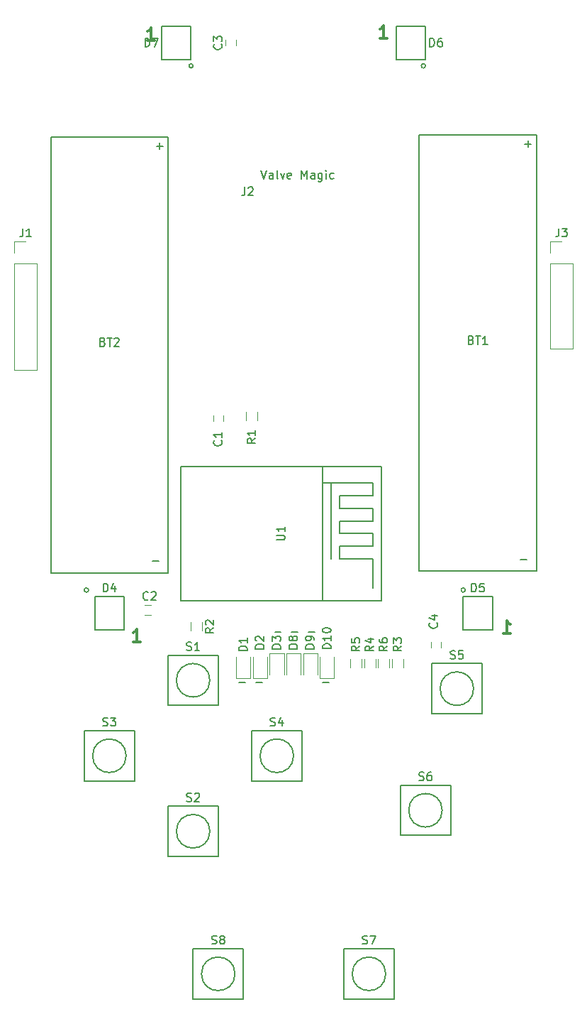
<source format=gto>
G04 #@! TF.FileFunction,Legend,Top*
%FSLAX46Y46*%
G04 Gerber Fmt 4.6, Leading zero omitted, Abs format (unit mm)*
G04 Created by KiCad (PCBNEW 4.0.6-e0-6349~53~ubuntu16.04.1) date Fri Jul 21 01:06:48 2017*
%MOMM*%
%LPD*%
G01*
G04 APERTURE LIST*
%ADD10C,0.100000*%
%ADD11C,0.300000*%
%ADD12C,0.200000*%
%ADD13C,0.150000*%
%ADD14C,0.120000*%
G04 APERTURE END LIST*
D10*
D11*
X147178572Y-37428571D02*
X146321429Y-37428571D01*
X146750001Y-37428571D02*
X146750001Y-35928571D01*
X146607144Y-36142857D01*
X146464286Y-36285714D01*
X146321429Y-36357143D01*
X119428572Y-37678571D02*
X118571429Y-37678571D01*
X119000001Y-37678571D02*
X119000001Y-36178571D01*
X118857144Y-36392857D01*
X118714286Y-36535714D01*
X118571429Y-36607143D01*
X117678572Y-109428571D02*
X116821429Y-109428571D01*
X117250001Y-109428571D02*
X117250001Y-107928571D01*
X117107144Y-108142857D01*
X116964286Y-108285714D01*
X116821429Y-108357143D01*
X161071428Y-108428571D02*
X161928571Y-108428571D01*
X161499999Y-108428571D02*
X161499999Y-106928571D01*
X161642856Y-107142857D01*
X161785714Y-107285714D01*
X161928571Y-107357143D01*
D12*
X139500000Y-114250000D02*
X140250000Y-114250000D01*
X137750000Y-108250000D02*
X138500000Y-108250000D01*
X135750000Y-108250000D02*
X136500000Y-108250000D01*
X133750000Y-108250000D02*
X134500000Y-108250000D01*
X131500000Y-114250000D02*
X132250000Y-114250000D01*
X129500000Y-114250000D02*
X130250000Y-114250000D01*
X151750000Y-40750000D02*
G75*
G03X151750000Y-40750000I-250000J0D01*
G01*
X124000000Y-40750000D02*
G75*
G03X124000000Y-40750000I-250000J0D01*
G01*
X156500000Y-103250000D02*
G75*
G03X156500000Y-103250000I-250000J0D01*
G01*
X111500000Y-103250000D02*
G75*
G03X111500000Y-103250000I-250000J0D01*
G01*
D13*
X115750000Y-108000000D02*
X112250000Y-108000000D01*
X112250000Y-108000000D02*
X112250000Y-104000000D01*
X112250000Y-104000000D02*
X115750000Y-104000000D01*
X115750000Y-104000000D02*
X115750000Y-108000000D01*
X146500000Y-104500000D02*
X146500000Y-88500000D01*
X122500000Y-104500000D02*
X146500000Y-104500000D01*
X122500000Y-88500000D02*
X122500000Y-104500000D01*
X146500000Y-88500000D02*
X122500000Y-88500000D01*
X139500000Y-88500000D02*
X139500000Y-104500000D01*
X139500000Y-90500000D02*
X145500000Y-90500000D01*
X141500000Y-99500000D02*
X145500000Y-99500000D01*
X141500000Y-98000000D02*
X141500000Y-99500000D01*
X145500000Y-98000000D02*
X141500000Y-98000000D01*
X145500000Y-96500000D02*
X145500000Y-98000000D01*
X141500000Y-96500000D02*
X145500000Y-96500000D01*
X141500000Y-95000000D02*
X141500000Y-96500000D01*
X145500000Y-95000000D02*
X141500000Y-95000000D01*
X145500000Y-93500000D02*
X145500000Y-95000000D01*
X141500000Y-93500000D02*
X145500000Y-93500000D01*
X141500000Y-92000000D02*
X141500000Y-93500000D01*
X145500000Y-92000000D02*
X141500000Y-92000000D01*
X145500000Y-90500000D02*
X145500000Y-92000000D01*
X140500000Y-90500000D02*
X140500000Y-99500000D01*
X145500000Y-99500000D02*
X145500000Y-103000000D01*
D14*
X102670000Y-61670000D02*
X104000000Y-61670000D01*
X102670000Y-63000000D02*
X102670000Y-61670000D01*
X102670000Y-64270000D02*
X105330000Y-64270000D01*
X105330000Y-64270000D02*
X105330000Y-77030000D01*
X102670000Y-64270000D02*
X102670000Y-77030000D01*
X102670000Y-77030000D02*
X105330000Y-77030000D01*
D13*
X153750000Y-129500000D02*
G75*
G03X153750000Y-129500000I-2000000J0D01*
G01*
X148750000Y-132500000D02*
X148750000Y-126500000D01*
X148750000Y-126500000D02*
X154750000Y-126500000D01*
X154750000Y-126500000D02*
X154750000Y-132500000D01*
X154750000Y-132500000D02*
X148750000Y-132500000D01*
X157500000Y-115000000D02*
G75*
G03X157500000Y-115000000I-2000000J0D01*
G01*
X152500000Y-118000000D02*
X152500000Y-112000000D01*
X152500000Y-112000000D02*
X158500000Y-112000000D01*
X158500000Y-112000000D02*
X158500000Y-118000000D01*
X158500000Y-118000000D02*
X152500000Y-118000000D01*
X147000000Y-149000000D02*
G75*
G03X147000000Y-149000000I-2000000J0D01*
G01*
X142000000Y-152000000D02*
X142000000Y-146000000D01*
X142000000Y-146000000D02*
X148000000Y-146000000D01*
X148000000Y-146000000D02*
X148000000Y-152000000D01*
X148000000Y-152000000D02*
X142000000Y-152000000D01*
X129000000Y-149000000D02*
G75*
G03X129000000Y-149000000I-2000000J0D01*
G01*
X124000000Y-152000000D02*
X124000000Y-146000000D01*
X124000000Y-146000000D02*
X130000000Y-146000000D01*
X130000000Y-146000000D02*
X130000000Y-152000000D01*
X130000000Y-152000000D02*
X124000000Y-152000000D01*
X136000000Y-123000000D02*
G75*
G03X136000000Y-123000000I-2000000J0D01*
G01*
X131000000Y-126000000D02*
X131000000Y-120000000D01*
X131000000Y-120000000D02*
X137000000Y-120000000D01*
X137000000Y-120000000D02*
X137000000Y-126000000D01*
X137000000Y-126000000D02*
X131000000Y-126000000D01*
X126000000Y-132000000D02*
G75*
G03X126000000Y-132000000I-2000000J0D01*
G01*
X121000000Y-135000000D02*
X121000000Y-129000000D01*
X121000000Y-129000000D02*
X127000000Y-129000000D01*
X127000000Y-129000000D02*
X127000000Y-135000000D01*
X127000000Y-135000000D02*
X121000000Y-135000000D01*
X116000000Y-123000000D02*
G75*
G03X116000000Y-123000000I-2000000J0D01*
G01*
X111000000Y-126000000D02*
X111000000Y-120000000D01*
X111000000Y-120000000D02*
X117000000Y-120000000D01*
X117000000Y-120000000D02*
X117000000Y-126000000D01*
X117000000Y-126000000D02*
X111000000Y-126000000D01*
X126000000Y-114000000D02*
G75*
G03X126000000Y-114000000I-2000000J0D01*
G01*
X121000000Y-117000000D02*
X121000000Y-111000000D01*
X121000000Y-111000000D02*
X127000000Y-111000000D01*
X127000000Y-111000000D02*
X127000000Y-117000000D01*
X127000000Y-117000000D02*
X121000000Y-117000000D01*
D14*
X146070000Y-112500000D02*
X146070000Y-111500000D01*
X147430000Y-111500000D02*
X147430000Y-112500000D01*
X145780000Y-111500000D02*
X145780000Y-112500000D01*
X144420000Y-112500000D02*
X144420000Y-111500000D01*
X144130000Y-111500000D02*
X144130000Y-112500000D01*
X142770000Y-112500000D02*
X142770000Y-111500000D01*
D13*
X151000000Y-101000000D02*
X151000000Y-49000000D01*
X165000000Y-101000000D02*
X151000000Y-101000000D01*
X165000000Y-49000000D02*
X165000000Y-101000000D01*
X151000000Y-49000000D02*
X165000000Y-49000000D01*
X107000000Y-49225000D02*
X121000000Y-49225000D01*
X121000000Y-49225000D02*
X121000000Y-101225000D01*
X121000000Y-101225000D02*
X107000000Y-101225000D01*
X107000000Y-101225000D02*
X107000000Y-49225000D01*
D14*
X126400000Y-83100000D02*
X126400000Y-82400000D01*
X127600000Y-82400000D02*
X127600000Y-83100000D01*
X118950000Y-106200000D02*
X118250000Y-106200000D01*
X118250000Y-105000000D02*
X118950000Y-105000000D01*
X129100000Y-37650000D02*
X129100000Y-38350000D01*
X127900000Y-38350000D02*
X127900000Y-37650000D01*
X153600000Y-109400000D02*
X153600000Y-110100000D01*
X152400000Y-110100000D02*
X152400000Y-109400000D01*
X129150000Y-113750000D02*
X130850000Y-113750000D01*
X130850000Y-113750000D02*
X130850000Y-111200000D01*
X129150000Y-113750000D02*
X129150000Y-111200000D01*
X131150000Y-113750000D02*
X132850000Y-113750000D01*
X132850000Y-113750000D02*
X132850000Y-111200000D01*
X131150000Y-113750000D02*
X131150000Y-111200000D01*
X134850000Y-110750000D02*
X134850000Y-113300000D01*
X133150000Y-110750000D02*
X133150000Y-113300000D01*
X134850000Y-110750000D02*
X133150000Y-110750000D01*
D13*
X159750000Y-104000000D02*
X159750000Y-108000000D01*
X156250000Y-104000000D02*
X159750000Y-104000000D01*
X156250000Y-108000000D02*
X156250000Y-104000000D01*
X159750000Y-108000000D02*
X156250000Y-108000000D01*
X148250000Y-36000000D02*
X151750000Y-36000000D01*
X151750000Y-36000000D02*
X151750000Y-40000000D01*
X151750000Y-40000000D02*
X148250000Y-40000000D01*
X148250000Y-40000000D02*
X148250000Y-36000000D01*
X120250000Y-40000000D02*
X120250000Y-36000000D01*
X123750000Y-40000000D02*
X120250000Y-40000000D01*
X123750000Y-36000000D02*
X123750000Y-40000000D01*
X120250000Y-36000000D02*
X123750000Y-36000000D01*
D14*
X136850000Y-110750000D02*
X136850000Y-113300000D01*
X135150000Y-110750000D02*
X135150000Y-113300000D01*
X136850000Y-110750000D02*
X135150000Y-110750000D01*
X138850000Y-110750000D02*
X137150000Y-110750000D01*
X137150000Y-110750000D02*
X137150000Y-113300000D01*
X138850000Y-110750000D02*
X138850000Y-113300000D01*
X139150000Y-113750000D02*
X139150000Y-111200000D01*
X140850000Y-113750000D02*
X140850000Y-111200000D01*
X139150000Y-113750000D02*
X140850000Y-113750000D01*
X166670000Y-61670000D02*
X168000000Y-61670000D01*
X166670000Y-63000000D02*
X166670000Y-61670000D01*
X166670000Y-64270000D02*
X169330000Y-64270000D01*
X169330000Y-64270000D02*
X169330000Y-74490000D01*
X166670000Y-64270000D02*
X166670000Y-74490000D01*
X166670000Y-74490000D02*
X169330000Y-74490000D01*
X131680000Y-82000000D02*
X131680000Y-83000000D01*
X130320000Y-83000000D02*
X130320000Y-82000000D01*
X125080000Y-107100000D02*
X125080000Y-108100000D01*
X123720000Y-108100000D02*
X123720000Y-107100000D01*
X147770000Y-112500000D02*
X147770000Y-111500000D01*
X149130000Y-111500000D02*
X149130000Y-112500000D01*
D13*
X113261905Y-103452381D02*
X113261905Y-102452381D01*
X113500000Y-102452381D01*
X113642858Y-102500000D01*
X113738096Y-102595238D01*
X113785715Y-102690476D01*
X113833334Y-102880952D01*
X113833334Y-103023810D01*
X113785715Y-103214286D01*
X113738096Y-103309524D01*
X113642858Y-103404762D01*
X113500000Y-103452381D01*
X113261905Y-103452381D01*
X114690477Y-102785714D02*
X114690477Y-103452381D01*
X114452381Y-102404762D02*
X114214286Y-103119048D01*
X114833334Y-103119048D01*
X133952381Y-97261905D02*
X134761905Y-97261905D01*
X134857143Y-97214286D01*
X134904762Y-97166667D01*
X134952381Y-97071429D01*
X134952381Y-96880952D01*
X134904762Y-96785714D01*
X134857143Y-96738095D01*
X134761905Y-96690476D01*
X133952381Y-96690476D01*
X134952381Y-95690476D02*
X134952381Y-96261905D01*
X134952381Y-95976191D02*
X133952381Y-95976191D01*
X134095238Y-96071429D01*
X134190476Y-96166667D01*
X134238095Y-96261905D01*
X103666667Y-60122381D02*
X103666667Y-60836667D01*
X103619047Y-60979524D01*
X103523809Y-61074762D01*
X103380952Y-61122381D01*
X103285714Y-61122381D01*
X104666667Y-61122381D02*
X104095238Y-61122381D01*
X104380952Y-61122381D02*
X104380952Y-60122381D01*
X104285714Y-60265238D01*
X104190476Y-60360476D01*
X104095238Y-60408095D01*
X150988095Y-125904762D02*
X151130952Y-125952381D01*
X151369048Y-125952381D01*
X151464286Y-125904762D01*
X151511905Y-125857143D01*
X151559524Y-125761905D01*
X151559524Y-125666667D01*
X151511905Y-125571429D01*
X151464286Y-125523810D01*
X151369048Y-125476190D01*
X151178571Y-125428571D01*
X151083333Y-125380952D01*
X151035714Y-125333333D01*
X150988095Y-125238095D01*
X150988095Y-125142857D01*
X151035714Y-125047619D01*
X151083333Y-125000000D01*
X151178571Y-124952381D01*
X151416667Y-124952381D01*
X151559524Y-125000000D01*
X152416667Y-124952381D02*
X152226190Y-124952381D01*
X152130952Y-125000000D01*
X152083333Y-125047619D01*
X151988095Y-125190476D01*
X151940476Y-125380952D01*
X151940476Y-125761905D01*
X151988095Y-125857143D01*
X152035714Y-125904762D01*
X152130952Y-125952381D01*
X152321429Y-125952381D01*
X152416667Y-125904762D01*
X152464286Y-125857143D01*
X152511905Y-125761905D01*
X152511905Y-125523810D01*
X152464286Y-125428571D01*
X152416667Y-125380952D01*
X152321429Y-125333333D01*
X152130952Y-125333333D01*
X152035714Y-125380952D01*
X151988095Y-125428571D01*
X151940476Y-125523810D01*
X154738095Y-111404762D02*
X154880952Y-111452381D01*
X155119048Y-111452381D01*
X155214286Y-111404762D01*
X155261905Y-111357143D01*
X155309524Y-111261905D01*
X155309524Y-111166667D01*
X155261905Y-111071429D01*
X155214286Y-111023810D01*
X155119048Y-110976190D01*
X154928571Y-110928571D01*
X154833333Y-110880952D01*
X154785714Y-110833333D01*
X154738095Y-110738095D01*
X154738095Y-110642857D01*
X154785714Y-110547619D01*
X154833333Y-110500000D01*
X154928571Y-110452381D01*
X155166667Y-110452381D01*
X155309524Y-110500000D01*
X156214286Y-110452381D02*
X155738095Y-110452381D01*
X155690476Y-110928571D01*
X155738095Y-110880952D01*
X155833333Y-110833333D01*
X156071429Y-110833333D01*
X156166667Y-110880952D01*
X156214286Y-110928571D01*
X156261905Y-111023810D01*
X156261905Y-111261905D01*
X156214286Y-111357143D01*
X156166667Y-111404762D01*
X156071429Y-111452381D01*
X155833333Y-111452381D01*
X155738095Y-111404762D01*
X155690476Y-111357143D01*
X144238095Y-145404762D02*
X144380952Y-145452381D01*
X144619048Y-145452381D01*
X144714286Y-145404762D01*
X144761905Y-145357143D01*
X144809524Y-145261905D01*
X144809524Y-145166667D01*
X144761905Y-145071429D01*
X144714286Y-145023810D01*
X144619048Y-144976190D01*
X144428571Y-144928571D01*
X144333333Y-144880952D01*
X144285714Y-144833333D01*
X144238095Y-144738095D01*
X144238095Y-144642857D01*
X144285714Y-144547619D01*
X144333333Y-144500000D01*
X144428571Y-144452381D01*
X144666667Y-144452381D01*
X144809524Y-144500000D01*
X145142857Y-144452381D02*
X145809524Y-144452381D01*
X145380952Y-145452381D01*
X126238095Y-145404762D02*
X126380952Y-145452381D01*
X126619048Y-145452381D01*
X126714286Y-145404762D01*
X126761905Y-145357143D01*
X126809524Y-145261905D01*
X126809524Y-145166667D01*
X126761905Y-145071429D01*
X126714286Y-145023810D01*
X126619048Y-144976190D01*
X126428571Y-144928571D01*
X126333333Y-144880952D01*
X126285714Y-144833333D01*
X126238095Y-144738095D01*
X126238095Y-144642857D01*
X126285714Y-144547619D01*
X126333333Y-144500000D01*
X126428571Y-144452381D01*
X126666667Y-144452381D01*
X126809524Y-144500000D01*
X127380952Y-144880952D02*
X127285714Y-144833333D01*
X127238095Y-144785714D01*
X127190476Y-144690476D01*
X127190476Y-144642857D01*
X127238095Y-144547619D01*
X127285714Y-144500000D01*
X127380952Y-144452381D01*
X127571429Y-144452381D01*
X127666667Y-144500000D01*
X127714286Y-144547619D01*
X127761905Y-144642857D01*
X127761905Y-144690476D01*
X127714286Y-144785714D01*
X127666667Y-144833333D01*
X127571429Y-144880952D01*
X127380952Y-144880952D01*
X127285714Y-144928571D01*
X127238095Y-144976190D01*
X127190476Y-145071429D01*
X127190476Y-145261905D01*
X127238095Y-145357143D01*
X127285714Y-145404762D01*
X127380952Y-145452381D01*
X127571429Y-145452381D01*
X127666667Y-145404762D01*
X127714286Y-145357143D01*
X127761905Y-145261905D01*
X127761905Y-145071429D01*
X127714286Y-144976190D01*
X127666667Y-144928571D01*
X127571429Y-144880952D01*
X133238095Y-119404762D02*
X133380952Y-119452381D01*
X133619048Y-119452381D01*
X133714286Y-119404762D01*
X133761905Y-119357143D01*
X133809524Y-119261905D01*
X133809524Y-119166667D01*
X133761905Y-119071429D01*
X133714286Y-119023810D01*
X133619048Y-118976190D01*
X133428571Y-118928571D01*
X133333333Y-118880952D01*
X133285714Y-118833333D01*
X133238095Y-118738095D01*
X133238095Y-118642857D01*
X133285714Y-118547619D01*
X133333333Y-118500000D01*
X133428571Y-118452381D01*
X133666667Y-118452381D01*
X133809524Y-118500000D01*
X134666667Y-118785714D02*
X134666667Y-119452381D01*
X134428571Y-118404762D02*
X134190476Y-119119048D01*
X134809524Y-119119048D01*
X123238095Y-128404762D02*
X123380952Y-128452381D01*
X123619048Y-128452381D01*
X123714286Y-128404762D01*
X123761905Y-128357143D01*
X123809524Y-128261905D01*
X123809524Y-128166667D01*
X123761905Y-128071429D01*
X123714286Y-128023810D01*
X123619048Y-127976190D01*
X123428571Y-127928571D01*
X123333333Y-127880952D01*
X123285714Y-127833333D01*
X123238095Y-127738095D01*
X123238095Y-127642857D01*
X123285714Y-127547619D01*
X123333333Y-127500000D01*
X123428571Y-127452381D01*
X123666667Y-127452381D01*
X123809524Y-127500000D01*
X124190476Y-127547619D02*
X124238095Y-127500000D01*
X124333333Y-127452381D01*
X124571429Y-127452381D01*
X124666667Y-127500000D01*
X124714286Y-127547619D01*
X124761905Y-127642857D01*
X124761905Y-127738095D01*
X124714286Y-127880952D01*
X124142857Y-128452381D01*
X124761905Y-128452381D01*
X113238095Y-119404762D02*
X113380952Y-119452381D01*
X113619048Y-119452381D01*
X113714286Y-119404762D01*
X113761905Y-119357143D01*
X113809524Y-119261905D01*
X113809524Y-119166667D01*
X113761905Y-119071429D01*
X113714286Y-119023810D01*
X113619048Y-118976190D01*
X113428571Y-118928571D01*
X113333333Y-118880952D01*
X113285714Y-118833333D01*
X113238095Y-118738095D01*
X113238095Y-118642857D01*
X113285714Y-118547619D01*
X113333333Y-118500000D01*
X113428571Y-118452381D01*
X113666667Y-118452381D01*
X113809524Y-118500000D01*
X114142857Y-118452381D02*
X114761905Y-118452381D01*
X114428571Y-118833333D01*
X114571429Y-118833333D01*
X114666667Y-118880952D01*
X114714286Y-118928571D01*
X114761905Y-119023810D01*
X114761905Y-119261905D01*
X114714286Y-119357143D01*
X114666667Y-119404762D01*
X114571429Y-119452381D01*
X114285714Y-119452381D01*
X114190476Y-119404762D01*
X114142857Y-119357143D01*
X123238095Y-110404762D02*
X123380952Y-110452381D01*
X123619048Y-110452381D01*
X123714286Y-110404762D01*
X123761905Y-110357143D01*
X123809524Y-110261905D01*
X123809524Y-110166667D01*
X123761905Y-110071429D01*
X123714286Y-110023810D01*
X123619048Y-109976190D01*
X123428571Y-109928571D01*
X123333333Y-109880952D01*
X123285714Y-109833333D01*
X123238095Y-109738095D01*
X123238095Y-109642857D01*
X123285714Y-109547619D01*
X123333333Y-109500000D01*
X123428571Y-109452381D01*
X123666667Y-109452381D01*
X123809524Y-109500000D01*
X124761905Y-110452381D02*
X124190476Y-110452381D01*
X124476190Y-110452381D02*
X124476190Y-109452381D01*
X124380952Y-109595238D01*
X124285714Y-109690476D01*
X124190476Y-109738095D01*
X147202381Y-109916666D02*
X146726190Y-110250000D01*
X147202381Y-110488095D02*
X146202381Y-110488095D01*
X146202381Y-110107142D01*
X146250000Y-110011904D01*
X146297619Y-109964285D01*
X146392857Y-109916666D01*
X146535714Y-109916666D01*
X146630952Y-109964285D01*
X146678571Y-110011904D01*
X146726190Y-110107142D01*
X146726190Y-110488095D01*
X146202381Y-109059523D02*
X146202381Y-109250000D01*
X146250000Y-109345238D01*
X146297619Y-109392857D01*
X146440476Y-109488095D01*
X146630952Y-109535714D01*
X147011905Y-109535714D01*
X147107143Y-109488095D01*
X147154762Y-109440476D01*
X147202381Y-109345238D01*
X147202381Y-109154761D01*
X147154762Y-109059523D01*
X147107143Y-109011904D01*
X147011905Y-108964285D01*
X146773810Y-108964285D01*
X146678571Y-109011904D01*
X146630952Y-109059523D01*
X146583333Y-109154761D01*
X146583333Y-109345238D01*
X146630952Y-109440476D01*
X146678571Y-109488095D01*
X146773810Y-109535714D01*
X145552381Y-109916666D02*
X145076190Y-110250000D01*
X145552381Y-110488095D02*
X144552381Y-110488095D01*
X144552381Y-110107142D01*
X144600000Y-110011904D01*
X144647619Y-109964285D01*
X144742857Y-109916666D01*
X144885714Y-109916666D01*
X144980952Y-109964285D01*
X145028571Y-110011904D01*
X145076190Y-110107142D01*
X145076190Y-110488095D01*
X144885714Y-109059523D02*
X145552381Y-109059523D01*
X144504762Y-109297619D02*
X145219048Y-109535714D01*
X145219048Y-108916666D01*
X143902381Y-109916666D02*
X143426190Y-110250000D01*
X143902381Y-110488095D02*
X142902381Y-110488095D01*
X142902381Y-110107142D01*
X142950000Y-110011904D01*
X142997619Y-109964285D01*
X143092857Y-109916666D01*
X143235714Y-109916666D01*
X143330952Y-109964285D01*
X143378571Y-110011904D01*
X143426190Y-110107142D01*
X143426190Y-110488095D01*
X142902381Y-109011904D02*
X142902381Y-109488095D01*
X143378571Y-109535714D01*
X143330952Y-109488095D01*
X143283333Y-109392857D01*
X143283333Y-109154761D01*
X143330952Y-109059523D01*
X143378571Y-109011904D01*
X143473810Y-108964285D01*
X143711905Y-108964285D01*
X143807143Y-109011904D01*
X143854762Y-109059523D01*
X143902381Y-109154761D01*
X143902381Y-109392857D01*
X143854762Y-109488095D01*
X143807143Y-109535714D01*
X157214286Y-73428571D02*
X157357143Y-73476190D01*
X157404762Y-73523810D01*
X157452381Y-73619048D01*
X157452381Y-73761905D01*
X157404762Y-73857143D01*
X157357143Y-73904762D01*
X157261905Y-73952381D01*
X156880952Y-73952381D01*
X156880952Y-72952381D01*
X157214286Y-72952381D01*
X157309524Y-73000000D01*
X157357143Y-73047619D01*
X157404762Y-73142857D01*
X157404762Y-73238095D01*
X157357143Y-73333333D01*
X157309524Y-73380952D01*
X157214286Y-73428571D01*
X156880952Y-73428571D01*
X157738095Y-72952381D02*
X158309524Y-72952381D01*
X158023809Y-73952381D02*
X158023809Y-72952381D01*
X159166667Y-73952381D02*
X158595238Y-73952381D01*
X158880952Y-73952381D02*
X158880952Y-72952381D01*
X158785714Y-73095238D01*
X158690476Y-73190476D01*
X158595238Y-73238095D01*
X163619048Y-50071429D02*
X164380953Y-50071429D01*
X164000001Y-50452381D02*
X164000001Y-49690476D01*
X163119048Y-99571429D02*
X163880953Y-99571429D01*
X130166667Y-55202381D02*
X130166667Y-55916667D01*
X130119047Y-56059524D01*
X130023809Y-56154762D01*
X129880952Y-56202381D01*
X129785714Y-56202381D01*
X130595238Y-55297619D02*
X130642857Y-55250000D01*
X130738095Y-55202381D01*
X130976191Y-55202381D01*
X131071429Y-55250000D01*
X131119048Y-55297619D01*
X131166667Y-55392857D01*
X131166667Y-55488095D01*
X131119048Y-55630952D01*
X130547619Y-56202381D01*
X131166667Y-56202381D01*
X132119047Y-53202381D02*
X132452380Y-54202381D01*
X132785714Y-53202381D01*
X133547619Y-54202381D02*
X133547619Y-53678571D01*
X133500000Y-53583333D01*
X133404762Y-53535714D01*
X133214285Y-53535714D01*
X133119047Y-53583333D01*
X133547619Y-54154762D02*
X133452381Y-54202381D01*
X133214285Y-54202381D01*
X133119047Y-54154762D01*
X133071428Y-54059524D01*
X133071428Y-53964286D01*
X133119047Y-53869048D01*
X133214285Y-53821429D01*
X133452381Y-53821429D01*
X133547619Y-53773810D01*
X134166666Y-54202381D02*
X134071428Y-54154762D01*
X134023809Y-54059524D01*
X134023809Y-53202381D01*
X134452381Y-53535714D02*
X134690476Y-54202381D01*
X134928572Y-53535714D01*
X135690477Y-54154762D02*
X135595239Y-54202381D01*
X135404762Y-54202381D01*
X135309524Y-54154762D01*
X135261905Y-54059524D01*
X135261905Y-53678571D01*
X135309524Y-53583333D01*
X135404762Y-53535714D01*
X135595239Y-53535714D01*
X135690477Y-53583333D01*
X135738096Y-53678571D01*
X135738096Y-53773810D01*
X135261905Y-53869048D01*
X136928572Y-54202381D02*
X136928572Y-53202381D01*
X137261906Y-53916667D01*
X137595239Y-53202381D01*
X137595239Y-54202381D01*
X138500001Y-54202381D02*
X138500001Y-53678571D01*
X138452382Y-53583333D01*
X138357144Y-53535714D01*
X138166667Y-53535714D01*
X138071429Y-53583333D01*
X138500001Y-54154762D02*
X138404763Y-54202381D01*
X138166667Y-54202381D01*
X138071429Y-54154762D01*
X138023810Y-54059524D01*
X138023810Y-53964286D01*
X138071429Y-53869048D01*
X138166667Y-53821429D01*
X138404763Y-53821429D01*
X138500001Y-53773810D01*
X139404763Y-53535714D02*
X139404763Y-54345238D01*
X139357144Y-54440476D01*
X139309525Y-54488095D01*
X139214286Y-54535714D01*
X139071429Y-54535714D01*
X138976191Y-54488095D01*
X139404763Y-54154762D02*
X139309525Y-54202381D01*
X139119048Y-54202381D01*
X139023810Y-54154762D01*
X138976191Y-54107143D01*
X138928572Y-54011905D01*
X138928572Y-53726190D01*
X138976191Y-53630952D01*
X139023810Y-53583333D01*
X139119048Y-53535714D01*
X139309525Y-53535714D01*
X139404763Y-53583333D01*
X139880953Y-54202381D02*
X139880953Y-53535714D01*
X139880953Y-53202381D02*
X139833334Y-53250000D01*
X139880953Y-53297619D01*
X139928572Y-53250000D01*
X139880953Y-53202381D01*
X139880953Y-53297619D01*
X140785715Y-54154762D02*
X140690477Y-54202381D01*
X140500000Y-54202381D01*
X140404762Y-54154762D01*
X140357143Y-54107143D01*
X140309524Y-54011905D01*
X140309524Y-53726190D01*
X140357143Y-53630952D01*
X140404762Y-53583333D01*
X140500000Y-53535714D01*
X140690477Y-53535714D01*
X140785715Y-53583333D01*
X113214286Y-73653571D02*
X113357143Y-73701190D01*
X113404762Y-73748810D01*
X113452381Y-73844048D01*
X113452381Y-73986905D01*
X113404762Y-74082143D01*
X113357143Y-74129762D01*
X113261905Y-74177381D01*
X112880952Y-74177381D01*
X112880952Y-73177381D01*
X113214286Y-73177381D01*
X113309524Y-73225000D01*
X113357143Y-73272619D01*
X113404762Y-73367857D01*
X113404762Y-73463095D01*
X113357143Y-73558333D01*
X113309524Y-73605952D01*
X113214286Y-73653571D01*
X112880952Y-73653571D01*
X113738095Y-73177381D02*
X114309524Y-73177381D01*
X114023809Y-74177381D02*
X114023809Y-73177381D01*
X114595238Y-73272619D02*
X114642857Y-73225000D01*
X114738095Y-73177381D01*
X114976191Y-73177381D01*
X115071429Y-73225000D01*
X115119048Y-73272619D01*
X115166667Y-73367857D01*
X115166667Y-73463095D01*
X115119048Y-73605952D01*
X114547619Y-74177381D01*
X115166667Y-74177381D01*
X119119048Y-99796429D02*
X119880953Y-99796429D01*
X119619048Y-50296429D02*
X120380953Y-50296429D01*
X120000001Y-50677381D02*
X120000001Y-49915476D01*
X127357143Y-85416666D02*
X127404762Y-85464285D01*
X127452381Y-85607142D01*
X127452381Y-85702380D01*
X127404762Y-85845238D01*
X127309524Y-85940476D01*
X127214286Y-85988095D01*
X127023810Y-86035714D01*
X126880952Y-86035714D01*
X126690476Y-85988095D01*
X126595238Y-85940476D01*
X126500000Y-85845238D01*
X126452381Y-85702380D01*
X126452381Y-85607142D01*
X126500000Y-85464285D01*
X126547619Y-85416666D01*
X127452381Y-84464285D02*
X127452381Y-85035714D01*
X127452381Y-84750000D02*
X126452381Y-84750000D01*
X126595238Y-84845238D01*
X126690476Y-84940476D01*
X126738095Y-85035714D01*
X118633334Y-104357143D02*
X118585715Y-104404762D01*
X118442858Y-104452381D01*
X118347620Y-104452381D01*
X118204762Y-104404762D01*
X118109524Y-104309524D01*
X118061905Y-104214286D01*
X118014286Y-104023810D01*
X118014286Y-103880952D01*
X118061905Y-103690476D01*
X118109524Y-103595238D01*
X118204762Y-103500000D01*
X118347620Y-103452381D01*
X118442858Y-103452381D01*
X118585715Y-103500000D01*
X118633334Y-103547619D01*
X119014286Y-103547619D02*
X119061905Y-103500000D01*
X119157143Y-103452381D01*
X119395239Y-103452381D01*
X119490477Y-103500000D01*
X119538096Y-103547619D01*
X119585715Y-103642857D01*
X119585715Y-103738095D01*
X119538096Y-103880952D01*
X118966667Y-104452381D01*
X119585715Y-104452381D01*
X127357143Y-38166666D02*
X127404762Y-38214285D01*
X127452381Y-38357142D01*
X127452381Y-38452380D01*
X127404762Y-38595238D01*
X127309524Y-38690476D01*
X127214286Y-38738095D01*
X127023810Y-38785714D01*
X126880952Y-38785714D01*
X126690476Y-38738095D01*
X126595238Y-38690476D01*
X126500000Y-38595238D01*
X126452381Y-38452380D01*
X126452381Y-38357142D01*
X126500000Y-38214285D01*
X126547619Y-38166666D01*
X126452381Y-37833333D02*
X126452381Y-37214285D01*
X126833333Y-37547619D01*
X126833333Y-37404761D01*
X126880952Y-37309523D01*
X126928571Y-37261904D01*
X127023810Y-37214285D01*
X127261905Y-37214285D01*
X127357143Y-37261904D01*
X127404762Y-37309523D01*
X127452381Y-37404761D01*
X127452381Y-37690476D01*
X127404762Y-37785714D01*
X127357143Y-37833333D01*
X153107143Y-107166666D02*
X153154762Y-107214285D01*
X153202381Y-107357142D01*
X153202381Y-107452380D01*
X153154762Y-107595238D01*
X153059524Y-107690476D01*
X152964286Y-107738095D01*
X152773810Y-107785714D01*
X152630952Y-107785714D01*
X152440476Y-107738095D01*
X152345238Y-107690476D01*
X152250000Y-107595238D01*
X152202381Y-107452380D01*
X152202381Y-107357142D01*
X152250000Y-107214285D01*
X152297619Y-107166666D01*
X152535714Y-106309523D02*
X153202381Y-106309523D01*
X152154762Y-106547619D02*
X152869048Y-106785714D01*
X152869048Y-106166666D01*
X130452381Y-110488095D02*
X129452381Y-110488095D01*
X129452381Y-110250000D01*
X129500000Y-110107142D01*
X129595238Y-110011904D01*
X129690476Y-109964285D01*
X129880952Y-109916666D01*
X130023810Y-109916666D01*
X130214286Y-109964285D01*
X130309524Y-110011904D01*
X130404762Y-110107142D01*
X130452381Y-110250000D01*
X130452381Y-110488095D01*
X130452381Y-108964285D02*
X130452381Y-109535714D01*
X130452381Y-109250000D02*
X129452381Y-109250000D01*
X129595238Y-109345238D01*
X129690476Y-109440476D01*
X129738095Y-109535714D01*
X132452381Y-110238095D02*
X131452381Y-110238095D01*
X131452381Y-110000000D01*
X131500000Y-109857142D01*
X131595238Y-109761904D01*
X131690476Y-109714285D01*
X131880952Y-109666666D01*
X132023810Y-109666666D01*
X132214286Y-109714285D01*
X132309524Y-109761904D01*
X132404762Y-109857142D01*
X132452381Y-110000000D01*
X132452381Y-110238095D01*
X131547619Y-109285714D02*
X131500000Y-109238095D01*
X131452381Y-109142857D01*
X131452381Y-108904761D01*
X131500000Y-108809523D01*
X131547619Y-108761904D01*
X131642857Y-108714285D01*
X131738095Y-108714285D01*
X131880952Y-108761904D01*
X132452381Y-109333333D01*
X132452381Y-108714285D01*
X134452381Y-110238095D02*
X133452381Y-110238095D01*
X133452381Y-110000000D01*
X133500000Y-109857142D01*
X133595238Y-109761904D01*
X133690476Y-109714285D01*
X133880952Y-109666666D01*
X134023810Y-109666666D01*
X134214286Y-109714285D01*
X134309524Y-109761904D01*
X134404762Y-109857142D01*
X134452381Y-110000000D01*
X134452381Y-110238095D01*
X133452381Y-109333333D02*
X133452381Y-108714285D01*
X133833333Y-109047619D01*
X133833333Y-108904761D01*
X133880952Y-108809523D01*
X133928571Y-108761904D01*
X134023810Y-108714285D01*
X134261905Y-108714285D01*
X134357143Y-108761904D01*
X134404762Y-108809523D01*
X134452381Y-108904761D01*
X134452381Y-109190476D01*
X134404762Y-109285714D01*
X134357143Y-109333333D01*
X157261905Y-103452381D02*
X157261905Y-102452381D01*
X157500000Y-102452381D01*
X157642858Y-102500000D01*
X157738096Y-102595238D01*
X157785715Y-102690476D01*
X157833334Y-102880952D01*
X157833334Y-103023810D01*
X157785715Y-103214286D01*
X157738096Y-103309524D01*
X157642858Y-103404762D01*
X157500000Y-103452381D01*
X157261905Y-103452381D01*
X158738096Y-102452381D02*
X158261905Y-102452381D01*
X158214286Y-102928571D01*
X158261905Y-102880952D01*
X158357143Y-102833333D01*
X158595239Y-102833333D01*
X158690477Y-102880952D01*
X158738096Y-102928571D01*
X158785715Y-103023810D01*
X158785715Y-103261905D01*
X158738096Y-103357143D01*
X158690477Y-103404762D01*
X158595239Y-103452381D01*
X158357143Y-103452381D01*
X158261905Y-103404762D01*
X158214286Y-103357143D01*
X152261905Y-38452381D02*
X152261905Y-37452381D01*
X152500000Y-37452381D01*
X152642858Y-37500000D01*
X152738096Y-37595238D01*
X152785715Y-37690476D01*
X152833334Y-37880952D01*
X152833334Y-38023810D01*
X152785715Y-38214286D01*
X152738096Y-38309524D01*
X152642858Y-38404762D01*
X152500000Y-38452381D01*
X152261905Y-38452381D01*
X153690477Y-37452381D02*
X153500000Y-37452381D01*
X153404762Y-37500000D01*
X153357143Y-37547619D01*
X153261905Y-37690476D01*
X153214286Y-37880952D01*
X153214286Y-38261905D01*
X153261905Y-38357143D01*
X153309524Y-38404762D01*
X153404762Y-38452381D01*
X153595239Y-38452381D01*
X153690477Y-38404762D01*
X153738096Y-38357143D01*
X153785715Y-38261905D01*
X153785715Y-38023810D01*
X153738096Y-37928571D01*
X153690477Y-37880952D01*
X153595239Y-37833333D01*
X153404762Y-37833333D01*
X153309524Y-37880952D01*
X153261905Y-37928571D01*
X153214286Y-38023810D01*
X118261905Y-38452381D02*
X118261905Y-37452381D01*
X118500000Y-37452381D01*
X118642858Y-37500000D01*
X118738096Y-37595238D01*
X118785715Y-37690476D01*
X118833334Y-37880952D01*
X118833334Y-38023810D01*
X118785715Y-38214286D01*
X118738096Y-38309524D01*
X118642858Y-38404762D01*
X118500000Y-38452381D01*
X118261905Y-38452381D01*
X119166667Y-37452381D02*
X119833334Y-37452381D01*
X119404762Y-38452381D01*
X136452381Y-110238095D02*
X135452381Y-110238095D01*
X135452381Y-110000000D01*
X135500000Y-109857142D01*
X135595238Y-109761904D01*
X135690476Y-109714285D01*
X135880952Y-109666666D01*
X136023810Y-109666666D01*
X136214286Y-109714285D01*
X136309524Y-109761904D01*
X136404762Y-109857142D01*
X136452381Y-110000000D01*
X136452381Y-110238095D01*
X135880952Y-109095238D02*
X135833333Y-109190476D01*
X135785714Y-109238095D01*
X135690476Y-109285714D01*
X135642857Y-109285714D01*
X135547619Y-109238095D01*
X135500000Y-109190476D01*
X135452381Y-109095238D01*
X135452381Y-108904761D01*
X135500000Y-108809523D01*
X135547619Y-108761904D01*
X135642857Y-108714285D01*
X135690476Y-108714285D01*
X135785714Y-108761904D01*
X135833333Y-108809523D01*
X135880952Y-108904761D01*
X135880952Y-109095238D01*
X135928571Y-109190476D01*
X135976190Y-109238095D01*
X136071429Y-109285714D01*
X136261905Y-109285714D01*
X136357143Y-109238095D01*
X136404762Y-109190476D01*
X136452381Y-109095238D01*
X136452381Y-108904761D01*
X136404762Y-108809523D01*
X136357143Y-108761904D01*
X136261905Y-108714285D01*
X136071429Y-108714285D01*
X135976190Y-108761904D01*
X135928571Y-108809523D01*
X135880952Y-108904761D01*
X138452381Y-110238095D02*
X137452381Y-110238095D01*
X137452381Y-110000000D01*
X137500000Y-109857142D01*
X137595238Y-109761904D01*
X137690476Y-109714285D01*
X137880952Y-109666666D01*
X138023810Y-109666666D01*
X138214286Y-109714285D01*
X138309524Y-109761904D01*
X138404762Y-109857142D01*
X138452381Y-110000000D01*
X138452381Y-110238095D01*
X138452381Y-109190476D02*
X138452381Y-109000000D01*
X138404762Y-108904761D01*
X138357143Y-108857142D01*
X138214286Y-108761904D01*
X138023810Y-108714285D01*
X137642857Y-108714285D01*
X137547619Y-108761904D01*
X137500000Y-108809523D01*
X137452381Y-108904761D01*
X137452381Y-109095238D01*
X137500000Y-109190476D01*
X137547619Y-109238095D01*
X137642857Y-109285714D01*
X137880952Y-109285714D01*
X137976190Y-109238095D01*
X138023810Y-109190476D01*
X138071429Y-109095238D01*
X138071429Y-108904761D01*
X138023810Y-108809523D01*
X137976190Y-108761904D01*
X137880952Y-108714285D01*
X140452381Y-110214286D02*
X139452381Y-110214286D01*
X139452381Y-109976191D01*
X139500000Y-109833333D01*
X139595238Y-109738095D01*
X139690476Y-109690476D01*
X139880952Y-109642857D01*
X140023810Y-109642857D01*
X140214286Y-109690476D01*
X140309524Y-109738095D01*
X140404762Y-109833333D01*
X140452381Y-109976191D01*
X140452381Y-110214286D01*
X140452381Y-108690476D02*
X140452381Y-109261905D01*
X140452381Y-108976191D02*
X139452381Y-108976191D01*
X139595238Y-109071429D01*
X139690476Y-109166667D01*
X139738095Y-109261905D01*
X139452381Y-108071429D02*
X139452381Y-107976190D01*
X139500000Y-107880952D01*
X139547619Y-107833333D01*
X139642857Y-107785714D01*
X139833333Y-107738095D01*
X140071429Y-107738095D01*
X140261905Y-107785714D01*
X140357143Y-107833333D01*
X140404762Y-107880952D01*
X140452381Y-107976190D01*
X140452381Y-108071429D01*
X140404762Y-108166667D01*
X140357143Y-108214286D01*
X140261905Y-108261905D01*
X140071429Y-108309524D01*
X139833333Y-108309524D01*
X139642857Y-108261905D01*
X139547619Y-108214286D01*
X139500000Y-108166667D01*
X139452381Y-108071429D01*
X167666667Y-60122381D02*
X167666667Y-60836667D01*
X167619047Y-60979524D01*
X167523809Y-61074762D01*
X167380952Y-61122381D01*
X167285714Y-61122381D01*
X168047619Y-60122381D02*
X168666667Y-60122381D01*
X168333333Y-60503333D01*
X168476191Y-60503333D01*
X168571429Y-60550952D01*
X168619048Y-60598571D01*
X168666667Y-60693810D01*
X168666667Y-60931905D01*
X168619048Y-61027143D01*
X168571429Y-61074762D01*
X168476191Y-61122381D01*
X168190476Y-61122381D01*
X168095238Y-61074762D01*
X168047619Y-61027143D01*
X131452381Y-85166666D02*
X130976190Y-85500000D01*
X131452381Y-85738095D02*
X130452381Y-85738095D01*
X130452381Y-85357142D01*
X130500000Y-85261904D01*
X130547619Y-85214285D01*
X130642857Y-85166666D01*
X130785714Y-85166666D01*
X130880952Y-85214285D01*
X130928571Y-85261904D01*
X130976190Y-85357142D01*
X130976190Y-85738095D01*
X131452381Y-84214285D02*
X131452381Y-84785714D01*
X131452381Y-84500000D02*
X130452381Y-84500000D01*
X130595238Y-84595238D01*
X130690476Y-84690476D01*
X130738095Y-84785714D01*
X126452381Y-107766666D02*
X125976190Y-108100000D01*
X126452381Y-108338095D02*
X125452381Y-108338095D01*
X125452381Y-107957142D01*
X125500000Y-107861904D01*
X125547619Y-107814285D01*
X125642857Y-107766666D01*
X125785714Y-107766666D01*
X125880952Y-107814285D01*
X125928571Y-107861904D01*
X125976190Y-107957142D01*
X125976190Y-108338095D01*
X125547619Y-107385714D02*
X125500000Y-107338095D01*
X125452381Y-107242857D01*
X125452381Y-107004761D01*
X125500000Y-106909523D01*
X125547619Y-106861904D01*
X125642857Y-106814285D01*
X125738095Y-106814285D01*
X125880952Y-106861904D01*
X126452381Y-107433333D01*
X126452381Y-106814285D01*
X148902381Y-109916666D02*
X148426190Y-110250000D01*
X148902381Y-110488095D02*
X147902381Y-110488095D01*
X147902381Y-110107142D01*
X147950000Y-110011904D01*
X147997619Y-109964285D01*
X148092857Y-109916666D01*
X148235714Y-109916666D01*
X148330952Y-109964285D01*
X148378571Y-110011904D01*
X148426190Y-110107142D01*
X148426190Y-110488095D01*
X147902381Y-109583333D02*
X147902381Y-108964285D01*
X148283333Y-109297619D01*
X148283333Y-109154761D01*
X148330952Y-109059523D01*
X148378571Y-109011904D01*
X148473810Y-108964285D01*
X148711905Y-108964285D01*
X148807143Y-109011904D01*
X148854762Y-109059523D01*
X148902381Y-109154761D01*
X148902381Y-109440476D01*
X148854762Y-109535714D01*
X148807143Y-109583333D01*
M02*

</source>
